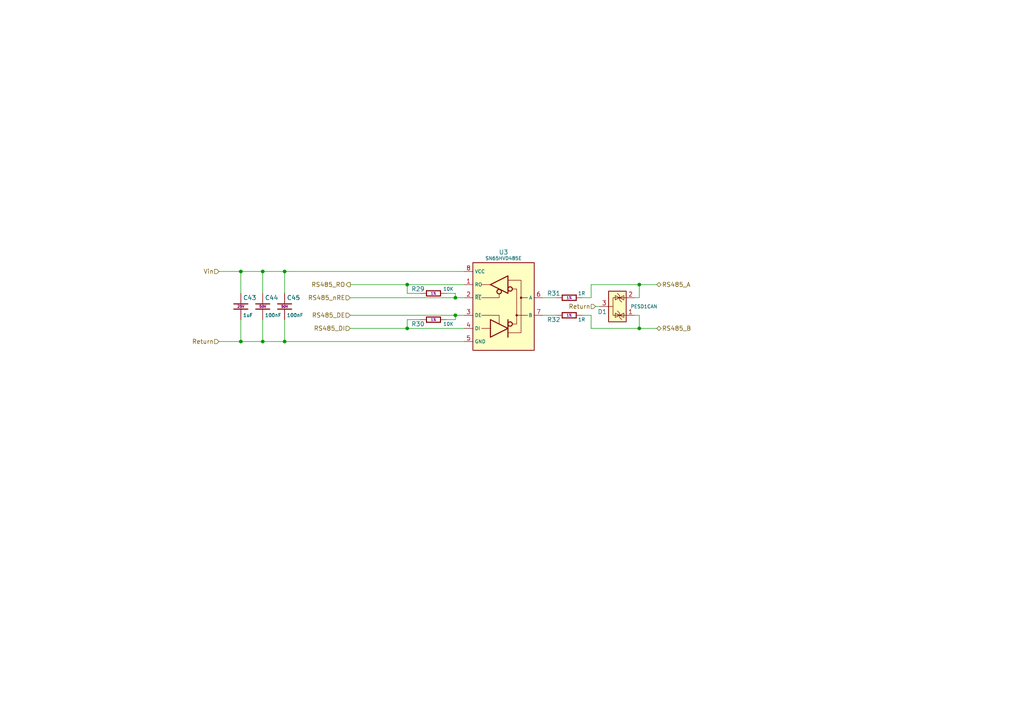
<source format=kicad_sch>
(kicad_sch (version 20231120) (generator "eeschema") (generator_version "8.0")
  (paper "A4")
  (lib_symbols
    (symbol "CoE_Capacitor:100nF" (pin_numbers hide) (pin_names (offset 0.254) hide)
      (property "Reference" "C" (at 0.635 2.54 0))
      (property "Value" "100nF" (at 0.635 -2.54 0))
      (property "Voltage" "50V" (at 0 0 0))
      (symbol "100nF_1_1"
        (polyline (pts (xy -2.032 -0.762) (xy 2.032 -0.762)) (stroke (width 0.3048)) (fill (type outline)))
        (polyline (pts (xy -2.032 0.762) (xy 2.032 0.762)) (stroke (width 0.3048)) (fill (type outline)))
        (pin passive line (at 0 3.81 270) (length 2.9972) (name "~") (number "1"))
        (pin passive line (at 0 -3.81 90) (length 2.9972) (name "~") (number "2"))
      )
    )
    (symbol "CoE_Capacitor:1uF" (pin_numbers hide) (pin_names (offset 0.254) hide)
      (property "Reference" "C" (at 0.635 2.54 0))
      (property "Value" "1uF" (at 0.635 -2.54 0))
      (property "Voltage" "25V" (at 0 0 0))
      (symbol "1uF_1_1"
        (polyline (pts (xy -2.032 -0.762) (xy 2.032 -0.762)) (stroke (width 0.3048)) (fill (type outline)))
        (polyline (pts (xy -2.032 0.762) (xy 2.032 0.762)) (stroke (width 0.3048)) (fill (type outline)))
        (pin passive line (at 0 3.81 270) (length 2.9972) (name "~") (number "1"))
        (pin passive line (at 0 -3.81 90) (length 2.9972) (name "~") (number "2"))
      )
    )
    (symbol "CoE_IntegratedCircuit:PESD1CAN" (pin_names hide)
      (property "Reference" "D" (at 1.27 -6.35 0))
      (property "Value" "PESD1CAN" (at 1.27 -3.81 0))
      (symbol "PESD1CAN_0_0"
        (pin passive line (at 0 -5.08 90) (length 2.54) (name "A") (number "3"))
      )
      (symbol "PESD1CAN_0_1"
        (rectangle (start -4.445 -2.54) (end 4.445 2.54) (stroke (width 0.254)) (fill (type background)))
        (polyline (pts (xy -2.54 2.54) (xy -2.54 0.635)))
        (polyline (pts (xy 0 -1.27) (xy 0 -2.54)))
        (polyline (pts (xy 2.54 2.54) (xy 2.54 0.635)))
        (polyline (pts (xy -2.54 0.635) (xy -3.175 1.905) (xy -1.905 1.905) (xy -2.54 0.635)))
        (polyline (pts (xy -2.54 0.635) (xy -1.905 -0.635) (xy -3.175 -0.635) (xy -2.54 0.635)))
        (polyline (pts (xy 2.54 0.635) (xy 1.905 -0.635) (xy 3.175 -0.635) (xy 2.54 0.635)))
        (polyline (pts (xy 2.54 0.635) (xy 2.54 -1.27) (xy -2.54 -1.27) (xy -2.54 0.635)))
        (polyline (pts (xy 3.81 1.27) (xy 3.175 0.635) (xy 1.905 0.635) (xy 1.27 0)))
        (polyline (pts (xy -1.27 1.27) (xy -1.905 0.635) (xy -2.54 0.635) (xy -3.175 0.635) (xy -3.81 0)))
        (polyline (pts (xy 2.54 0.635) (xy 3.175 1.905) (xy 1.905 1.905) (xy 2.54 0.635) (xy 2.54 1.27)))
      )
      (symbol "PESD1CAN_1_1"
        (pin passive line (at 2.54 5.08 270) (length 2.54) (name "K") (number "1"))
        (pin passive line (at -2.54 5.08 270) (length 2.54) (name "K") (number "2"))
      )
    )
    (symbol "CoE_IntegratedCircuit:SN65HVD485E"
      (property "Reference" "U" (at 0 15.748 0))
      (property "Value" "SN65HVD485E" (at 0 13.97 0))
      (symbol "SN65HVD485E_0_1"
        (rectangle (start -8.89 12.7) (end 8.89 -12.7) (stroke (width 0.254)) (fill (type background)))
      )
      (symbol "SN65HVD485E_1_1"
        (circle (center -1.27 4.318) (radius 0.6476) (stroke (width 0.3)))
        (polyline (pts (xy -6.35 2.54) (xy -3.81 2.54)))
        (polyline (pts (xy -3.81 -6.35) (xy -6.35 -6.35)))
        (polyline (pts (xy -3.81 6.35) (xy -6.35 6.35)))
        (polyline (pts (xy 1.27 -3.81) (xy 1.27 -8.89)) (stroke (width 0.3)))
        (polyline (pts (xy 6.985 -2.54) (xy 3.81 -2.54)))
        (polyline (pts (xy 6.985 2.54) (xy 5.08 2.54)))
        (polyline (pts (xy -3.81 2.54) (xy -1.27 2.54) (xy -1.27 3.556)))
        (polyline (pts (xy -1.27 -5.08) (xy -1.27 -2.54) (xy -6.35 -2.54)))
        (polyline (pts (xy -3.81 6.35) (xy 1.27 8.89) (xy 1.27 3.81) (xy -3.81 6.35)) (stroke (width 0.3)))
        (polyline (pts (xy 1.27 -6.35) (xy -3.81 -8.89) (xy -3.81 -3.81) (xy 1.27 -6.35)) (stroke (width 0.3)))
        (polyline (pts (xy 1.27 7.62) (xy 5.08 7.62) (xy 5.08 -7.62) (xy 1.27 -7.62)))
        (polyline (pts (xy 2.54 5.08) (xy 3.81 5.08) (xy 3.81 -5.08) (xy 2.54 -5.08)))
        (circle (center 1.905 -5.08) (radius 0.635) (stroke (width 0.3)))
        (circle (center 1.905 5.08) (radius 0.635) (stroke (width 0.3)))
        (circle (center 3.81 -2.54) (radius 0.254) (fill (type outline)))
        (circle (center 5.08 2.54) (radius 0.254) (fill (type outline)))
        (pin output line (at -11.43 6.35 0) (length 2.54) (name "RO") (number "1"))
        (pin input line (at -11.43 2.54 0) (length 2.54) (name "~{RE}") (number "2"))
        (pin input line (at -11.43 -2.54 0) (length 2.54) (name "DE") (number "3"))
        (pin input line (at -11.43 -6.35 0) (length 2.54) (name "DI") (number "4"))
        (pin power_in line (at -11.43 -10.16 0) (length 2.54) (name "GND") (number "5"))
        (pin bidirectional line (at 11.43 2.54 180) (length 2.54) (name "A") (number "6"))
        (pin bidirectional line (at 11.43 -2.54 180) (length 2.54) (name "B") (number "7"))
        (pin power_in line (at -11.43 10.16 0) (length 2.54) (name "VCC") (number "8"))
      )
    )
    (symbol "CoE_Resistor:10K" (pin_numbers hide) (pin_names (offset 0.254) hide)
      (property "Reference" "R" (at 1.27 1.27 0))
      (property "Value" "10K" (at 1.27 -1.27 0))
      (property "Tolerance" "1%" (at 0 0 90))
      (symbol "10K_1_1"
        (polyline (pts (xy -0.762 -2.032) (xy -0.762 2.032)) (stroke (width 0.3048)) (fill (type outline)))
        (polyline (pts (xy 0.762 -2.032) (xy -0.762 -2.032)) (stroke (width 0.3048)) (fill (type outline)))
        (polyline (pts (xy 0.762 -2.032) (xy 0.762 2.032)) (stroke (width 0.3048)) (fill (type outline)))
        (polyline (pts (xy 0.762 2.032) (xy -0.762 2.032)) (stroke (width 0.3048)) (fill (type outline)))
        (pin passive line (at 0 3.81 270) (length 1.6002) (name "~") (number "1"))
        (pin passive line (at 0 -3.81 90) (length 1.6002) (name "~") (number "2"))
      )
    )
    (symbol "CoE_Resistor:1R" (pin_numbers hide) (pin_names (offset 0.254) hide)
      (property "Reference" "R" (at 1.27 1.27 0))
      (property "Value" "1R" (at 1.27 -1.27 0))
      (property "Tolerance" "1%" (at 0 0 90))
      (symbol "1R_1_1"
        (polyline (pts (xy -0.762 -2.032) (xy -0.762 2.032)) (stroke (width 0.3048)) (fill (type outline)))
        (polyline (pts (xy 0.762 -2.032) (xy -0.762 -2.032)) (stroke (width 0.3048)) (fill (type outline)))
        (polyline (pts (xy 0.762 -2.032) (xy 0.762 2.032)) (stroke (width 0.3048)) (fill (type outline)))
        (polyline (pts (xy 0.762 2.032) (xy -0.762 2.032)) (stroke (width 0.3048)) (fill (type outline)))
        (pin passive line (at 0 3.81 270) (length 1.6002) (name "~") (number "1"))
        (pin passive line (at 0 -3.81 90) (length 1.6002) (name "~") (number "2"))
      )
    )
  )
  (junction (at 82.55 99.06))
  (junction (at 132.08 91.44))
  (junction (at 118.11 95.25))
  (junction (at 185.42 95.25))
  (junction (at 185.42 82.55))
  (junction (at 76.2 99.06))
  (junction (at 132.08 86.36))
  (junction (at 76.2 78.74))
  (junction (at 82.55 78.74))
  (junction (at 69.85 78.74))
  (junction (at 118.11 82.55))
  (junction (at 69.85 99.06))
  (wire (pts (xy 63.5 99.06) (xy 69.85 99.06)))
  (wire (pts (xy 63.5 78.74) (xy 69.85 78.74)))
  (wire (pts (xy 132.08 85.09) (xy 132.08 86.36)))
  (wire (pts (xy 171.45 86.36) (xy 168.91 86.36)))
  (wire (pts (xy 82.55 99.06) (xy 134.62 99.06)))
  (wire (pts (xy 157.48 86.36) (xy 161.29 86.36)))
  (wire (pts (xy 121.92 92.71) (xy 118.11 92.71)))
  (wire (pts (xy 184.15 86.36) (xy 185.42 86.36)))
  (wire (pts (xy 69.85 78.74) (xy 76.2 78.74)))
  (wire (pts (xy 76.2 78.74) (xy 76.2 85.09)))
  (wire (pts (xy 118.11 92.71) (xy 118.11 95.25)))
  (wire (pts (xy 118.11 95.25) (xy 134.62 95.25)))
  (wire (pts (xy 101.6 86.36) (xy 132.08 86.36)))
  (wire (pts (xy 172.72 88.9) (xy 173.99 88.9)))
  (wire (pts (xy 118.11 82.55) (xy 134.62 82.55)))
  (wire (pts (xy 185.42 91.44) (xy 185.42 95.25)))
  (wire (pts (xy 118.11 85.09) (xy 118.11 82.55)))
  (wire (pts (xy 157.48 91.44) (xy 161.29 91.44)))
  (wire (pts (xy 171.45 95.25) (xy 185.42 95.25)))
  (wire (pts (xy 69.85 78.74) (xy 69.85 85.09)))
  (wire (pts (xy 171.45 95.25) (xy 171.45 91.44)))
  (wire (pts (xy 82.55 99.06) (xy 82.55 92.71)))
  (wire (pts (xy 132.08 86.36) (xy 134.62 86.36)))
  (wire (pts (xy 184.15 91.44) (xy 185.42 91.44)))
  (wire (pts (xy 171.45 91.44) (xy 168.91 91.44)))
  (wire (pts (xy 190.5 82.55) (xy 185.42 82.55)))
  (wire (pts (xy 101.6 95.25) (xy 118.11 95.25)))
  (wire (pts (xy 101.6 91.44) (xy 132.08 91.44)))
  (wire (pts (xy 82.55 78.74) (xy 82.55 85.09)))
  (wire (pts (xy 69.85 99.06) (xy 76.2 99.06)))
  (wire (pts (xy 129.54 85.09) (xy 132.08 85.09)))
  (wire (pts (xy 171.45 82.55) (xy 171.45 86.36)))
  (wire (pts (xy 69.85 92.71) (xy 69.85 99.06)))
  (wire (pts (xy 101.6 82.55) (xy 118.11 82.55)))
  (wire (pts (xy 82.55 78.74) (xy 134.62 78.74)))
  (wire (pts (xy 185.42 82.55) (xy 171.45 82.55)))
  (wire (pts (xy 132.08 92.71) (xy 132.08 91.44)))
  (wire (pts (xy 185.42 95.25) (xy 190.5 95.25)))
  (wire (pts (xy 121.92 85.09) (xy 118.11 85.09)))
  (wire (pts (xy 76.2 78.74) (xy 82.55 78.74)))
  (wire (pts (xy 76.2 92.71) (xy 76.2 99.06)))
  (wire (pts (xy 185.42 86.36) (xy 185.42 82.55)))
  (wire (pts (xy 132.08 91.44) (xy 134.62 91.44)))
  (wire (pts (xy 129.54 92.71) (xy 132.08 92.71)))
  (wire (pts (xy 76.2 99.06) (xy 82.55 99.06)))
  (hierarchical_label "Return" (shape input) (at 63.5 99.06 180))
  (hierarchical_label "Vin" (shape input) (at 63.5 78.74 180))
  (hierarchical_label "RS485_DE" (shape input) (at 101.6 91.44 180))
  (hierarchical_label "Return" (shape input) (at 172.72 88.9 180))
  (hierarchical_label "RS485_nRE" (shape input) (at 101.6 86.36 180))
  (hierarchical_label "RS485_A" (shape bidirectional) (at 190.5 82.55 0))
  (hierarchical_label "RS485_DI" (shape input) (at 101.6 95.25 180))
  (hierarchical_label "RS485_RO" (shape output) (at 101.6 82.55 180))
  (hierarchical_label "RS485_B" (shape bidirectional) (at 190.5 95.25 0))
  (symbol (lib_id "CoE_Resistor:10K") (at 125.73 92.71 90) (mirror x) (unit 1)
    (property "Reference" "R30" (at 123.19 93.98 90) (effects (justify left)))
    (property "Value" "10K" (at 128.524 93.98 90) (effects (font (size 0.9906 0.9906)) (justify right)))
    (property "Footprint" "CoF_Resistor:R-0402" (effects (hide yes)))
    (property "Description" "±1% 1/16W Thick Film Resistors 50V ±100ppm/℃ -55℃~+155℃ 10kΩ 0402 Chip Resistor - Surface Mount ROHS" (effects (hide yes)))
    (property "Tolerance" "1%" (at 125.73 92.71 90) (effects (font (size 0.7112 0.7112))))
    (property "MFR. Part #" "0402WGF1002TCE" (effects (hide yes)))
    (property "JLCPCB Part #" "C25744" (effects (hide yes)))
  )
  (symbol (lib_id "CoE_Resistor:1R") (at 165.1 91.44 90) (mirror x) (unit 1)
    (property "Reference" "R32" (at 162.56 92.71 90) (effects (justify left)))
    (property "Value" "1R" (at 167.64 92.71 90) (effects (font (size 0.9906 0.9906)) (justify right)))
    (property "Footprint" "CoF_Resistor:R-0402" (effects (hide yes)))
    (property "Description" "±1% 1/16W Thick Film Resistors 50V ±200ppm/℃ -55℃~+155℃ 1Ω 0402 Chip Resistor - Surface Mount ROHS" (effects (hide yes)))
    (property "Tolerance" "1%" (at 165.1 91.44 90) (effects (font (size 0.7112 0.7112))))
    (property "MFR. Part #" "0402WGF100KTCE" (effects (hide yes)))
    (property "JLCPCB Part #" "C25086" (effects (hide yes)))
  )
  (symbol (lib_id "CoE_IntegratedCircuit:PESD1CAN") (at 179.07 88.9 270) (unit 1)
    (property "Reference" "D1" (at 176.022 90.424 90) (effects (justify right)))
    (property "Value" "PESD1CAN" (at 182.88 88.9 90) (effects (font (size 0.9906 0.9906)) (justify left)))
    (property "Footprint" "CoF_SmallOutline:SOT-23" (effects (hide yes)))
    (property "Datasheet" "https://datasheet.lcsc.com/lcsc/1912111437_BORN-PESD1CAN_C343993.pdf" (effects (hide yes)))
    (property "Description" "48V 6A (8/20us) 24V (Max) 26.7V Bidirectional SOT-23 ESD Protection Devices ROHS" (effects (hide yes)))
    (property "MFR. Part #" "PESD1CAN" (effects (hide yes)))
    (property "JLCPCB Part #" "C343993" (effects (hide yes)))
  )
  (symbol (lib_id "CoE_Capacitor:1uF") (at 69.85 88.9 0) (unit 1)
    (property "Reference" "C43" (at 70.485 86.36 0) (effects (justify left)))
    (property "Value" "1uF" (at 70.485 91.44 0) (effects (font (size 0.9906 0.9906)) (justify left)))
    (property "Footprint" "CoF_Capacitor:C-0402" (effects (hide yes)))
    (property "Description" "25V 1uF X5R ±10% 0402 Multilayer Ceramic Capacitors MLCC - SMD/SMT ROHS" (effects (hide yes)))
    (property "Voltage" "25V" (at 69.85 88.9 0) (effects (font (size 0.7112 0.7112))))
    (property "MFR. Part #" "CL05A105KA5NQNC" (effects (hide yes)))
    (property "JLCPCB Part #" "C52923" (effects (hide yes)))
  )
  (symbol (lib_id "CoE_Capacitor:100nF") (at 76.2 88.9 0) (unit 1)
    (property "Reference" "C44" (at 76.835 86.36 0) (effects (justify left)))
    (property "Value" "100nF" (at 76.835 91.44 0) (effects (font (size 0.9906 0.9906)) (justify left)))
    (property "Footprint" "CoF_Capacitor:C-0402" (effects (hide yes)))
    (property "Description" "50V 100nF X7R ±10% 0402 Multilayer Ceramic Capacitors MLCC - SMD/SMT ROHS" (effects (hide yes)))
    (property "Voltage" "50V" (at 76.2 88.9 0) (effects (font (size 0.7112 0.7112))))
    (property "MFR. Part #" "CL05B104KB54PNC" (effects (hide yes)))
    (property "JLCPCB Part #" "C307331" (effects (hide yes)))
  )
  (symbol (lib_id "CoE_Capacitor:100nF") (at 82.55 88.9 0) (unit 1)
    (property "Reference" "C45" (at 83.185 86.36 0) (effects (justify left)))
    (property "Value" "100nF" (at 83.185 91.44 0) (effects (font (size 0.9906 0.9906)) (justify left)))
    (property "Footprint" "CoF_Capacitor:C-0402" (effects (hide yes)))
    (property "Description" "50V 100nF X7R ±10% 0402 Multilayer Ceramic Capacitors MLCC - SMD/SMT ROHS" (effects (hide yes)))
    (property "Voltage" "50V" (at 82.55 88.9 0) (effects (font (size 0.7112 0.7112))))
    (property "MFR. Part #" "CL05B104KB54PNC" (effects (hide yes)))
    (property "JLCPCB Part #" "C307331" (effects (hide yes)))
  )
  (symbol (lib_id "CoE_IntegratedCircuit:SN65HVD485E") (at 146.05 88.9 0) (unit 1)
    (property "Reference" "U3" (at 146.05 73.152 0))
    (property "Value" "SN65HVD485E" (at 146.05 74.93 0) (effects (font (size 0.9906 0.9906))))
    (property "Footprint" "CoF_SmallOutline:Texas_R-PDSO-G8" (effects (hide yes)))
    (property "Datasheet" "https://www.ti.com/lit/ds/symlink/sn65hvd485e.pdf" (effects (hide yes)))
    (property "Description" "transceiver 10Mbps 1/1 SOP-8  RS-485/RS-422 ICs ROHS" (effects (hide yes)))
    (property "MFR.Part #" "SN65HVD485EDR" (effects (hide yes)))
    (property "JLCPCB Part #" "C27899" (effects (hide yes)))
  )
  (symbol (lib_id "CoE_Resistor:10K") (at 125.73 85.09 90) (unit 1)
    (property "Reference" "R29" (at 123.19 83.82 90) (effects (justify left)))
    (property "Value" "10K" (at 128.524 83.82 90) (effects (font (size 0.9906 0.9906)) (justify right)))
    (property "Footprint" "CoF_Resistor:R-0402" (effects (hide yes)))
    (property "Description" "±1% 1/16W Thick Film Resistors 50V ±100ppm/℃ -55℃~+155℃ 10kΩ 0402 Chip Resistor - Surface Mount ROHS" (effects (hide yes)))
    (property "Tolerance" "1%" (at 125.73 85.09 90) (effects (font (size 0.7112 0.7112))))
    (property "MFR. Part #" "0402WGF1002TCE" (effects (hide yes)))
    (property "JLCPCB Part #" "C25744" (effects (hide yes)))
  )
  (symbol (lib_id "CoE_Resistor:1R") (at 165.1 86.36 90) (unit 1)
    (property "Reference" "R31" (at 162.56 85.09 90) (effects (justify left)))
    (property "Value" "1R" (at 167.64 85.09 90) (effects (font (size 0.9906 0.9906)) (justify right)))
    (property "Footprint" "CoF_Resistor:R-0402" (effects (hide yes)))
    (property "Description" "±1% 1/16W Thick Film Resistors 50V ±200ppm/℃ -55℃~+155℃ 1Ω 0402 Chip Resistor - Surface Mount ROHS" (effects (hide yes)))
    (property "Tolerance" "1%" (at 165.1 86.36 90) (effects (font (size 0.7112 0.7112))))
    (property "MFR. Part #" "0402WGF100KTCE" (effects (hide yes)))
    (property "JLCPCB Part #" "C25086" (effects (hide yes)))
  )
)
</source>
